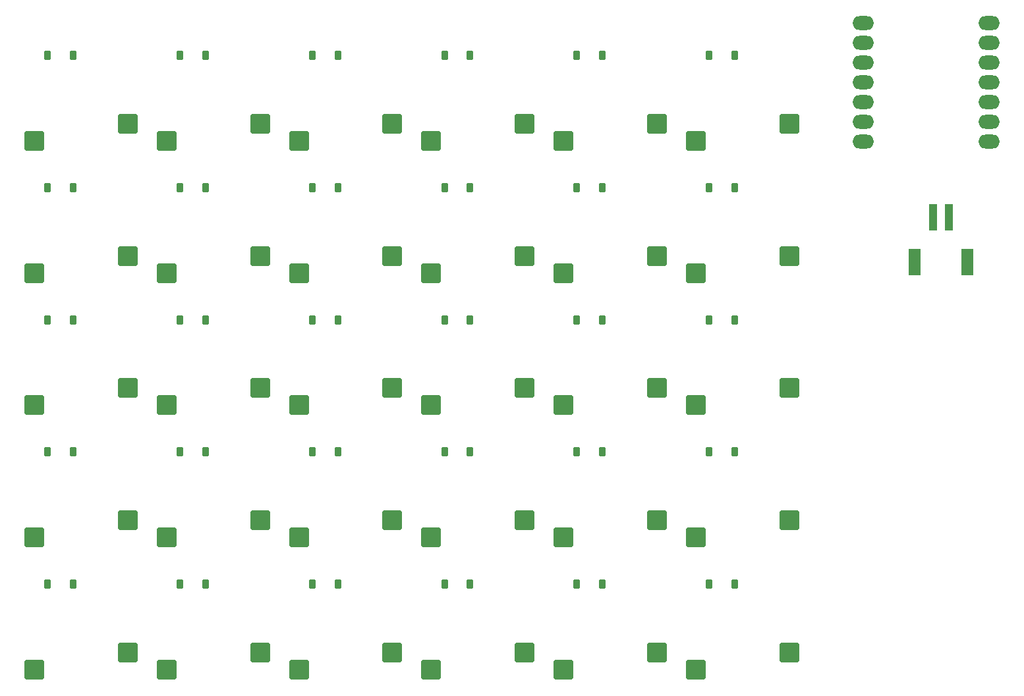
<source format=gbr>
%TF.GenerationSoftware,KiCad,Pcbnew,9.0.7*%
%TF.CreationDate,2026-01-26T14:59:17-06:00*%
%TF.ProjectId,LillyKey,4c696c6c-794b-4657-992e-6b696361645f,rev?*%
%TF.SameCoordinates,Original*%
%TF.FileFunction,Paste,Top*%
%TF.FilePolarity,Positive*%
%FSLAX46Y46*%
G04 Gerber Fmt 4.6, Leading zero omitted, Abs format (unit mm)*
G04 Created by KiCad (PCBNEW 9.0.7) date 2026-01-26 14:59:17*
%MOMM*%
%LPD*%
G01*
G04 APERTURE LIST*
G04 Aperture macros list*
%AMRoundRect*
0 Rectangle with rounded corners*
0 $1 Rounding radius*
0 $2 $3 $4 $5 $6 $7 $8 $9 X,Y pos of 4 corners*
0 Add a 4 corners polygon primitive as box body*
4,1,4,$2,$3,$4,$5,$6,$7,$8,$9,$2,$3,0*
0 Add four circle primitives for the rounded corners*
1,1,$1+$1,$2,$3*
1,1,$1+$1,$4,$5*
1,1,$1+$1,$6,$7*
1,1,$1+$1,$8,$9*
0 Add four rect primitives between the rounded corners*
20,1,$1+$1,$2,$3,$4,$5,0*
20,1,$1+$1,$4,$5,$6,$7,0*
20,1,$1+$1,$6,$7,$8,$9,0*
20,1,$1+$1,$8,$9,$2,$3,0*%
G04 Aperture macros list end*
%ADD10RoundRect,0.250000X1.025000X1.000000X-1.025000X1.000000X-1.025000X-1.000000X1.025000X-1.000000X0*%
%ADD11RoundRect,0.225000X0.225000X0.375000X-0.225000X0.375000X-0.225000X-0.375000X0.225000X-0.375000X0*%
%ADD12R,0.990600X3.505200*%
%ADD13R,1.498600X3.403600*%
%ADD14O,2.750000X1.800000*%
G04 APERTURE END LIST*
D10*
%TO.C,SW10*%
X81500000Y-57000000D03*
X93500000Y-54800000D03*
%TD*%
%TO.C,SW30*%
X115500000Y-108000000D03*
X127500000Y-105800000D03*
%TD*%
%TO.C,SW29*%
X98500000Y-108000000D03*
X110500000Y-105800000D03*
%TD*%
%TO.C,SW28*%
X81500000Y-108000000D03*
X93500000Y-105800000D03*
%TD*%
%TO.C,SW27*%
X64500000Y-108000000D03*
X76500000Y-105800000D03*
%TD*%
%TO.C,SW26*%
X47500000Y-108000000D03*
X59500000Y-105800000D03*
%TD*%
%TO.C,SW25*%
X30500000Y-108000000D03*
X42500000Y-105800000D03*
%TD*%
%TO.C,SW24*%
X115500000Y-91000000D03*
X127500000Y-88800000D03*
%TD*%
%TO.C,SW23*%
X98500000Y-91000000D03*
X110500000Y-88800000D03*
%TD*%
%TO.C,SW22*%
X81500000Y-91000000D03*
X93500000Y-88800000D03*
%TD*%
%TO.C,SW21*%
X64500000Y-91000000D03*
X76500000Y-88800000D03*
%TD*%
%TO.C,SW20*%
X47500000Y-91000000D03*
X59500000Y-88800000D03*
%TD*%
%TO.C,SW19*%
X30500000Y-91000000D03*
X42500000Y-88800000D03*
%TD*%
%TO.C,SW18*%
X115500000Y-74000000D03*
X127500000Y-71800000D03*
%TD*%
%TO.C,SW17*%
X98500000Y-74000000D03*
X110500000Y-71800000D03*
%TD*%
%TO.C,SW16*%
X81500000Y-74000000D03*
X93500000Y-71800000D03*
%TD*%
%TO.C,SW15*%
X64500000Y-74000000D03*
X76500000Y-71800000D03*
%TD*%
%TO.C,SW14*%
X47500000Y-74000000D03*
X59500000Y-71800000D03*
%TD*%
%TO.C,SW13*%
X30500000Y-74000000D03*
X42500000Y-71800000D03*
%TD*%
%TO.C,SW12*%
X115500000Y-57000000D03*
X127500000Y-54800000D03*
%TD*%
%TO.C,SW11*%
X98500000Y-57000000D03*
X110500000Y-54800000D03*
%TD*%
%TO.C,SW9*%
X64500000Y-57000000D03*
X76500000Y-54800000D03*
%TD*%
%TO.C,SW8*%
X47500000Y-57000000D03*
X59500000Y-54800000D03*
%TD*%
%TO.C,SW7*%
X30500000Y-57000000D03*
X42500000Y-54800000D03*
%TD*%
%TO.C,SW6*%
X115500000Y-40000000D03*
X127500000Y-37800000D03*
%TD*%
%TO.C,SW5*%
X98500000Y-40000000D03*
X110500000Y-37800000D03*
%TD*%
%TO.C,SW4*%
X81500000Y-40000000D03*
X93500000Y-37800000D03*
%TD*%
%TO.C,SW3*%
X64500000Y-40000000D03*
X76500000Y-37800000D03*
%TD*%
%TO.C,SW2*%
X47500000Y-40000000D03*
X59500000Y-37800000D03*
%TD*%
%TO.C,SW1*%
X30500000Y-40000000D03*
X42500000Y-37800000D03*
%TD*%
D11*
%TO.C,D2*%
X49200000Y-29000000D03*
X52500000Y-29000000D03*
%TD*%
D12*
%TO.C,J1*%
X145999999Y-49809999D03*
D13*
X143649999Y-55560000D03*
D12*
X148000001Y-49809999D03*
D13*
X150350001Y-55560000D03*
%TD*%
D11*
%TO.C,D30*%
X120500000Y-97000000D03*
X117200000Y-97000000D03*
%TD*%
%TO.C,D29*%
X103500000Y-97000000D03*
X100200000Y-97000000D03*
%TD*%
%TO.C,D28*%
X86500000Y-97000000D03*
X83200000Y-97000000D03*
%TD*%
%TO.C,D27*%
X69500000Y-97000000D03*
X66200000Y-97000000D03*
%TD*%
%TO.C,D26*%
X52500000Y-97000000D03*
X49200000Y-97000000D03*
%TD*%
%TO.C,D25*%
X35500000Y-97000000D03*
X32200000Y-97000000D03*
%TD*%
%TO.C,D24*%
X120500000Y-80000000D03*
X117200000Y-80000000D03*
%TD*%
%TO.C,D23*%
X103500000Y-80000000D03*
X100200000Y-80000000D03*
%TD*%
%TO.C,D22*%
X86500000Y-80000000D03*
X83200000Y-80000000D03*
%TD*%
%TO.C,D21*%
X69500000Y-80000000D03*
X66200000Y-80000000D03*
%TD*%
%TO.C,D20*%
X52500000Y-80000000D03*
X49200000Y-80000000D03*
%TD*%
%TO.C,D19*%
X35500000Y-80000000D03*
X32200000Y-80000000D03*
%TD*%
%TO.C,D18*%
X120500000Y-63000000D03*
X117200000Y-63000000D03*
%TD*%
%TO.C,D17*%
X103500000Y-63000000D03*
X100200000Y-63000000D03*
%TD*%
%TO.C,D16*%
X86500000Y-63000000D03*
X83200000Y-63000000D03*
%TD*%
%TO.C,D15*%
X69500000Y-63000000D03*
X66200000Y-63000000D03*
%TD*%
%TO.C,D14*%
X52500000Y-63000000D03*
X49200000Y-63000000D03*
%TD*%
%TO.C,D13*%
X35500000Y-63000000D03*
X32200000Y-63000000D03*
%TD*%
%TO.C,D12*%
X120500000Y-46000000D03*
X117200000Y-46000000D03*
%TD*%
%TO.C,D11*%
X103500000Y-46000000D03*
X100200000Y-46000000D03*
%TD*%
%TO.C,D10*%
X86500000Y-46000000D03*
X83200000Y-46000000D03*
%TD*%
%TO.C,D9*%
X69500000Y-46000000D03*
X66200000Y-46000000D03*
%TD*%
%TO.C,D8*%
X52500000Y-46000000D03*
X49200000Y-46000000D03*
%TD*%
%TO.C,D7*%
X35500000Y-46000000D03*
X32200000Y-46000000D03*
%TD*%
%TO.C,D6*%
X120500000Y-29000000D03*
X117200000Y-29000000D03*
%TD*%
%TO.C,D5*%
X103500000Y-29000000D03*
X100200000Y-29000000D03*
%TD*%
%TO.C,D4*%
X86500000Y-29000000D03*
X83200000Y-29000000D03*
%TD*%
%TO.C,D3*%
X69500000Y-29000000D03*
X66200000Y-29000000D03*
%TD*%
%TO.C,D1*%
X35500000Y-29000000D03*
X32200000Y-29000000D03*
%TD*%
D14*
%TO.C,U2*%
X153204960Y-40120000D03*
X153204960Y-37580000D03*
X153204960Y-35040000D03*
X153204960Y-32500000D03*
X153204960Y-29960000D03*
X153204960Y-27420000D03*
X153204960Y-24880000D03*
X137015040Y-24880000D03*
X137015040Y-27420000D03*
X137015040Y-29960000D03*
X137015040Y-32500000D03*
X137015040Y-35040000D03*
X137015040Y-37580000D03*
X137015040Y-40120000D03*
%TD*%
M02*

</source>
